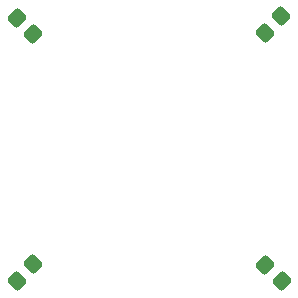
<source format=gbp>
%TF.GenerationSoftware,KiCad,Pcbnew,(6.0.1-0)*%
%TF.CreationDate,2022-03-28T18:36:01+02:00*%
%TF.ProjectId,Ring_Light_PCB,52696e67-5f4c-4696-9768-745f5043422e,1.0*%
%TF.SameCoordinates,Original*%
%TF.FileFunction,Paste,Bot*%
%TF.FilePolarity,Positive*%
%FSLAX46Y46*%
G04 Gerber Fmt 4.6, Leading zero omitted, Abs format (unit mm)*
G04 Created by KiCad (PCBNEW (6.0.1-0)) date 2022-03-28 18:36:01*
%MOMM*%
%LPD*%
G01*
G04 APERTURE LIST*
G04 Aperture macros list*
%AMRoundRect*
0 Rectangle with rounded corners*
0 $1 Rounding radius*
0 $2 $3 $4 $5 $6 $7 $8 $9 X,Y pos of 4 corners*
0 Add a 4 corners polygon primitive as box body*
4,1,4,$2,$3,$4,$5,$6,$7,$8,$9,$2,$3,0*
0 Add four circle primitives for the rounded corners*
1,1,$1+$1,$2,$3*
1,1,$1+$1,$4,$5*
1,1,$1+$1,$6,$7*
1,1,$1+$1,$8,$9*
0 Add four rect primitives between the rounded corners*
20,1,$1+$1,$2,$3,$4,$5,0*
20,1,$1+$1,$4,$5,$6,$7,0*
20,1,$1+$1,$6,$7,$8,$9,0*
20,1,$1+$1,$8,$9,$2,$3,0*%
G04 Aperture macros list end*
%ADD10RoundRect,0.250000X-0.565685X-0.070711X-0.070711X-0.565685X0.565685X0.070711X0.070711X0.565685X0*%
%ADD11RoundRect,0.250000X0.070711X-0.565685X0.565685X-0.070711X-0.070711X0.565685X-0.565685X0.070711X0*%
%ADD12RoundRect,0.250000X-0.070711X0.565685X-0.565685X0.070711X0.070711X-0.565685X0.565685X-0.070711X0*%
%ADD13RoundRect,0.250000X0.565685X0.070711X0.070711X0.565685X-0.565685X-0.070711X-0.070711X-0.565685X0*%
G04 APERTURE END LIST*
D10*
%TO.C,R3*%
X119792893Y-77892893D03*
X121207107Y-79307107D03*
%TD*%
D11*
%TO.C,R4*%
X119792893Y-100207107D03*
X121207107Y-98792893D03*
%TD*%
D12*
%TO.C,R2*%
X142207107Y-77792893D03*
X140792893Y-79207107D03*
%TD*%
D13*
%TO.C,R1*%
X142214214Y-100214214D03*
X140800000Y-98800000D03*
%TD*%
M02*

</source>
